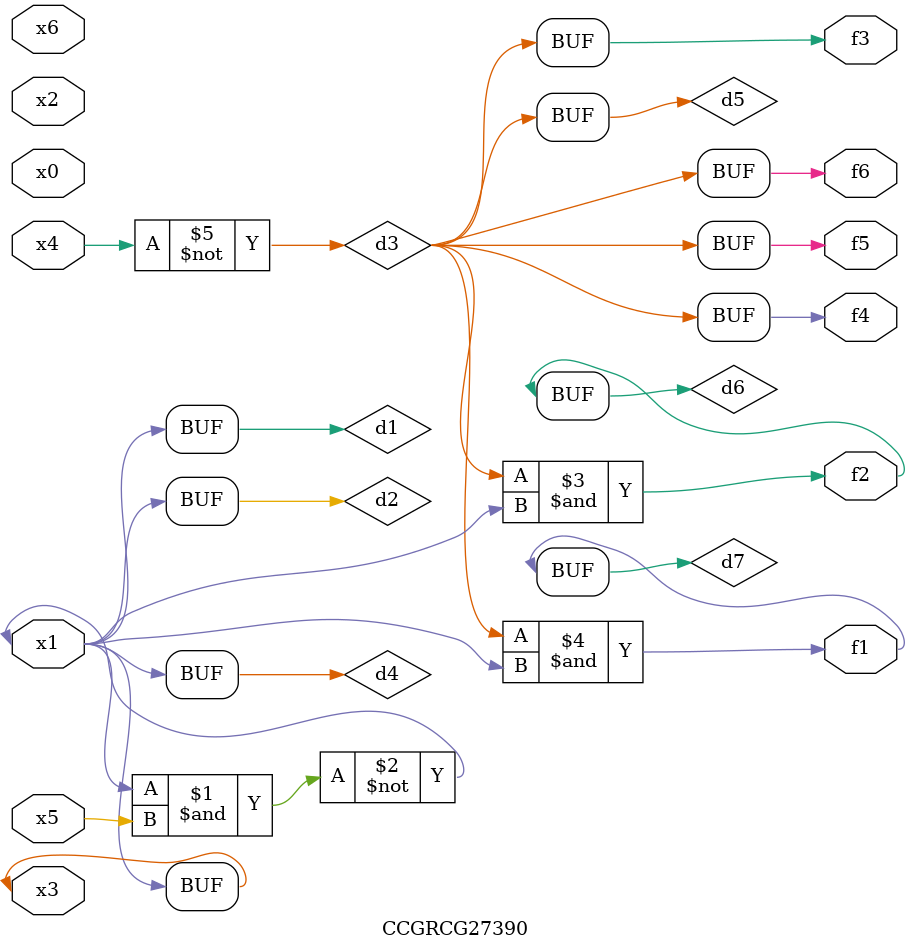
<source format=v>
module CCGRCG27390(
	input x0, x1, x2, x3, x4, x5, x6,
	output f1, f2, f3, f4, f5, f6
);

	wire d1, d2, d3, d4, d5, d6, d7;

	buf (d1, x1, x3);
	nand (d2, x1, x5);
	not (d3, x4);
	buf (d4, d1, d2);
	buf (d5, d3);
	and (d6, d3, d4);
	and (d7, d3, d4);
	assign f1 = d7;
	assign f2 = d6;
	assign f3 = d5;
	assign f4 = d5;
	assign f5 = d5;
	assign f6 = d5;
endmodule

</source>
